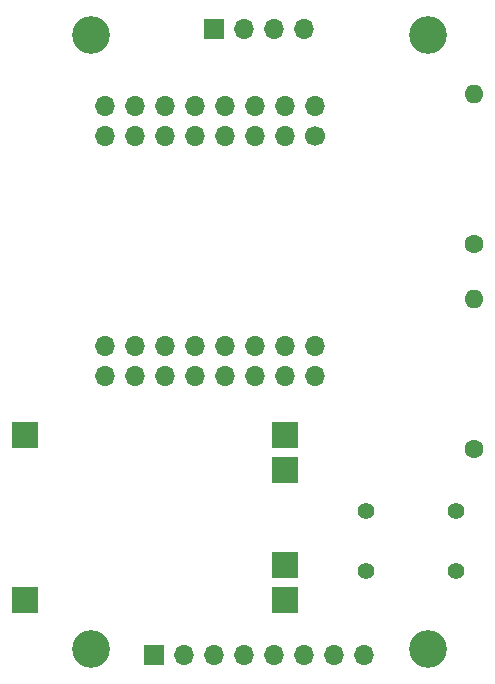
<source format=gbs>
%TF.GenerationSoftware,KiCad,Pcbnew,8.99.0-3407-g6a48e2c35a*%
%TF.CreationDate,2024-12-24T09:15:54+07:00*%
%TF.ProjectId,weather-dashboard,77656174-6865-4722-9d64-617368626f61,rev?*%
%TF.SameCoordinates,Original*%
%TF.FileFunction,Soldermask,Bot*%
%TF.FilePolarity,Negative*%
%FSLAX46Y46*%
G04 Gerber Fmt 4.6, Leading zero omitted, Abs format (unit mm)*
G04 Created by KiCad (PCBNEW 8.99.0-3407-g6a48e2c35a) date 2024-12-24 09:15:54*
%MOMM*%
%LPD*%
G01*
G04 APERTURE LIST*
%ADD10C,3.200000*%
%ADD11R,1.700000X1.700000*%
%ADD12O,1.700000X1.700000*%
%ADD13R,2.200000X2.200000*%
%ADD14C,1.600000*%
%ADD15O,1.600000X1.600000*%
%ADD16C,1.700000*%
%ADD17C,1.397000*%
G04 APERTURE END LIST*
D10*
%TO.C,U4*%
X158604700Y-96099500D03*
X187104700Y-96099500D03*
X158604700Y-44099500D03*
X187104700Y-44099500D03*
D11*
X163964700Y-96599500D03*
D12*
X166504700Y-96599500D03*
X169044700Y-96599500D03*
X171584700Y-96599500D03*
X174124700Y-96599500D03*
X176664700Y-96599500D03*
X179204700Y-96599500D03*
X181744700Y-96599500D03*
D11*
X169044700Y-43599500D03*
D12*
X171584700Y-43599500D03*
X174124700Y-43599500D03*
X176664700Y-43599500D03*
%TD*%
D13*
%TO.C,U2*%
X175000000Y-89000000D03*
X175000000Y-81000000D03*
X175000000Y-92000000D03*
X175000000Y-78000000D03*
X153000000Y-92000000D03*
X153000000Y-78000000D03*
%TD*%
D14*
%TO.C,R1*%
X191000000Y-61850000D03*
D15*
X191000000Y-49150000D03*
%TD*%
D14*
%TO.C,R2*%
X191000000Y-79200000D03*
D15*
X191000000Y-66500000D03*
%TD*%
D12*
%TO.C,U1*%
X177560000Y-73040000D03*
X175020000Y-73040000D03*
X172480000Y-73040000D03*
X169940000Y-73040000D03*
X167400000Y-73040000D03*
X164860000Y-73040000D03*
X162320000Y-73040000D03*
X159780000Y-73040000D03*
X177560000Y-70500000D03*
X175020000Y-70500000D03*
X172480000Y-70500000D03*
X169940000Y-70500000D03*
X167400000Y-70500000D03*
X164860000Y-70500000D03*
X162320000Y-70500000D03*
X159780000Y-70500000D03*
D16*
X177560000Y-52720000D03*
D12*
X175020000Y-52720000D03*
X172480000Y-52720000D03*
X169940000Y-52720000D03*
X167400000Y-52720000D03*
X164860000Y-52720000D03*
X162320000Y-52720000D03*
X159780000Y-52720000D03*
X177560000Y-50180000D03*
X175020000Y-50180000D03*
X172480000Y-50180000D03*
X169940000Y-50180000D03*
X167400000Y-50180000D03*
X164860000Y-50180000D03*
X162320000Y-50180000D03*
X159780000Y-50180000D03*
%TD*%
D17*
%TO.C,SW2*%
X189500000Y-84420000D03*
X181880000Y-84420000D03*
X189500000Y-89500000D03*
X181880000Y-89500000D03*
%TD*%
M02*

</source>
